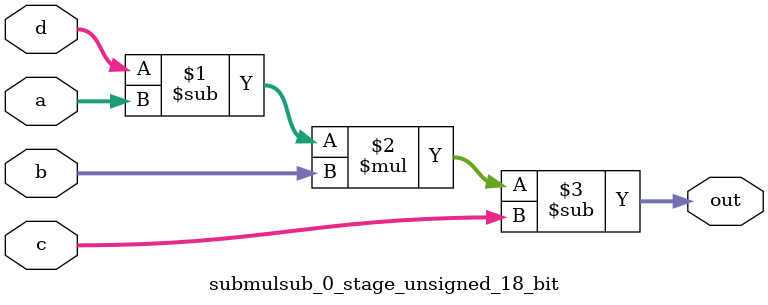
<source format=sv>
(* use_dsp = "yes" *) module submulsub_0_stage_unsigned_18_bit(
	input  [17:0] a,
	input  [17:0] b,
	input  [17:0] c,
	input  [17:0] d,
	output [17:0] out
	);

	assign out = ((d - a) * b) - c;
endmodule

</source>
